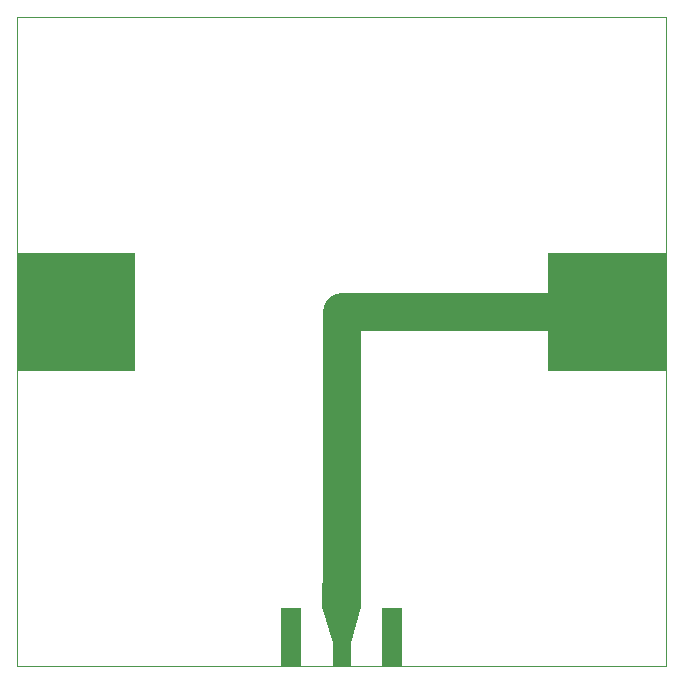
<source format=gtl>
G04 #@! TF.GenerationSoftware,KiCad,Pcbnew,(5.1.9)-1*
G04 #@! TF.CreationDate,2021-04-01T14:20:21-04:00*
G04 #@! TF.ProjectId,Antenna Adapter,416e7465-6e6e-4612-9041-646170746572,rev?*
G04 #@! TF.SameCoordinates,Original*
G04 #@! TF.FileFunction,Copper,L1,Top*
G04 #@! TF.FilePolarity,Positive*
%FSLAX46Y46*%
G04 Gerber Fmt 4.6, Leading zero omitted, Abs format (unit mm)*
G04 Created by KiCad (PCBNEW (5.1.9)-1) date 2021-04-01 14:20:21*
%MOMM*%
%LPD*%
G01*
G04 APERTURE LIST*
G04 #@! TA.AperFunction,Profile*
%ADD10C,0.100000*%
G04 #@! TD*
G04 #@! TA.AperFunction,ComponentPad*
%ADD11C,2.700000*%
G04 #@! TD*
G04 #@! TA.AperFunction,SMDPad,CuDef*
%ADD12R,10.000000X10.000000*%
G04 #@! TD*
G04 #@! TA.AperFunction,SMDPad,CuDef*
%ADD13R,1.800000X5.000000*%
G04 #@! TD*
G04 #@! TA.AperFunction,SMDPad,CuDef*
%ADD14R,1.600000X5.600000*%
G04 #@! TD*
G04 #@! TA.AperFunction,SMDPad,CuDef*
%ADD15C,0.100000*%
G04 #@! TD*
G04 #@! TA.AperFunction,SMDPad,CuDef*
%ADD16R,3.250000X2.000000*%
G04 #@! TD*
G04 #@! TA.AperFunction,ViaPad*
%ADD17C,0.500000*%
G04 #@! TD*
G04 #@! TA.AperFunction,Conductor*
%ADD18C,3.250000*%
G04 #@! TD*
G04 APERTURE END LIST*
D10*
X145000000Y-50000000D02*
X145000000Y-105000000D01*
X90000000Y-50000000D02*
X145000000Y-50000000D01*
X90000000Y-105000000D02*
X90000000Y-50000000D01*
X145000000Y-105000000D02*
X90000000Y-105000000D01*
D11*
G04 #@! TO.P,J2,1*
G04 #@! TO.N,Net-(J2-Pad1)*
X137500000Y-78500000D03*
X142500000Y-78500000D03*
X137500000Y-71500000D03*
X142500000Y-71500000D03*
D12*
X140000000Y-75000000D03*
G04 #@! TD*
D11*
G04 #@! TO.P,J1,1*
G04 #@! TO.N,Net-(J1-Pad1)*
X97500000Y-71500000D03*
X92500000Y-71500000D03*
X97500000Y-78500000D03*
X92500000Y-78500000D03*
D12*
X95000000Y-75000000D03*
G04 #@! TD*
D13*
G04 #@! TO.P,J3,2*
G04 #@! TO.N,Net-(J1-Pad1)*
X113250000Y-102500000D03*
X121750000Y-102500000D03*
D14*
G04 #@! TO.P,J3,1*
G04 #@! TO.N,Net-(J2-Pad1)*
X117500000Y-102200000D03*
G04 #@! TD*
G04 #@! TA.AperFunction,SMDPad,CuDef*
D15*
G04 #@! TO.P,uwT\u002A\u002A\u002A\u002A\u002A,1*
G04 #@! TO.N,Net-(J2-Pad1)*
G36*
X119125000Y-98000000D02*
G01*
X119125000Y-100000000D01*
X118250000Y-103000000D01*
X118250000Y-104000000D01*
X116750000Y-104000000D01*
X116750000Y-103000000D01*
X115875000Y-100000000D01*
X115875000Y-98000000D01*
X119125000Y-98000000D01*
G37*
G04 #@! TD.AperFunction*
D16*
X117500000Y-99000000D03*
G04 #@! TD*
D17*
G04 #@! TO.N,Net-(J1-Pad1)*
X121750000Y-104000000D03*
X121750000Y-101000000D03*
X121750000Y-102500000D03*
X113250000Y-104000000D03*
X113250000Y-102500000D03*
X113250000Y-101000000D03*
G04 #@! TD*
D18*
G04 #@! TO.N,Net-(J2-Pad1)*
X140000000Y-75000000D02*
X117500000Y-75000000D01*
X117500000Y-75000000D02*
X117500000Y-99000000D01*
G04 #@! TD*
M02*

</source>
